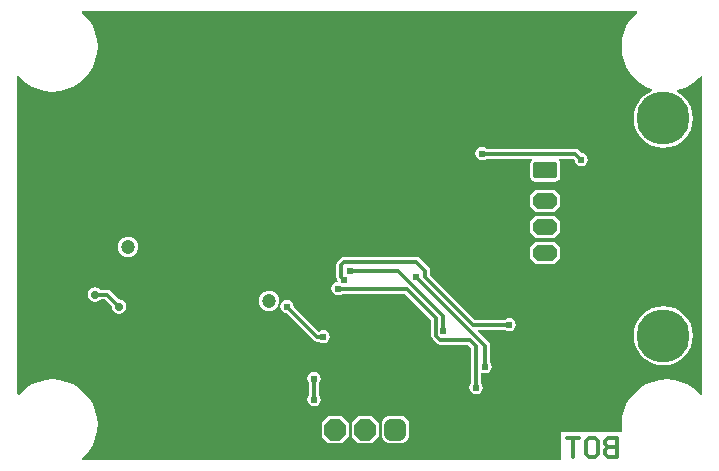
<source format=gbl>
G04 Layer_Physical_Order=2*
G04 Layer_Color=16711680*
%FSLAX25Y25*%
%MOIN*%
G70*
G01*
G75*
%ADD34C,0.01181*%
%ADD35C,0.04724*%
G04:AMPARAMS|DCode=36|XSize=55.12mil|YSize=78.74mil|CornerRadius=0mil|HoleSize=0mil|Usage=FLASHONLY|Rotation=90.000|XOffset=0mil|YOffset=0mil|HoleType=Round|Shape=Octagon|*
%AMOCTAGOND36*
4,1,8,-0.03937,-0.01378,-0.03937,0.01378,-0.02559,0.02756,0.02559,0.02756,0.03937,0.01378,0.03937,-0.01378,0.02559,-0.02756,-0.02559,-0.02756,-0.03937,-0.01378,0.0*
%
%ADD36OCTAGOND36*%

%ADD37C,0.17716*%
G04:AMPARAMS|DCode=38|XSize=55.12mil|YSize=78.74mil|CornerRadius=5.51mil|HoleSize=0mil|Usage=FLASHONLY|Rotation=90.000|XOffset=0mil|YOffset=0mil|HoleType=Round|Shape=RoundedRectangle|*
%AMROUNDEDRECTD38*
21,1,0.05512,0.06772,0,0,90.0*
21,1,0.04409,0.07874,0,0,90.0*
1,1,0.01102,0.03386,0.02205*
1,1,0.01102,0.03386,-0.02205*
1,1,0.01102,-0.03386,-0.02205*
1,1,0.01102,-0.03386,0.02205*
%
%ADD38ROUNDEDRECTD38*%
%ADD39P,0.07671X8X202.5*%
G04:AMPARAMS|DCode=40|XSize=70.87mil|YSize=70.87mil|CornerRadius=17.72mil|HoleSize=0mil|Usage=FLASHONLY|Rotation=180.000|XOffset=0mil|YOffset=0mil|HoleType=Round|Shape=RoundedRectangle|*
%AMROUNDEDRECTD40*
21,1,0.07087,0.03543,0,0,180.0*
21,1,0.03543,0.07087,0,0,180.0*
1,1,0.03543,-0.01772,0.01772*
1,1,0.03543,0.01772,0.01772*
1,1,0.03543,0.01772,-0.01772*
1,1,0.03543,-0.01772,-0.01772*
%
%ADD40ROUNDEDRECTD40*%
%ADD41C,0.02400*%
%ADD42C,0.02756*%
G36*
X210652Y153040D02*
X209850Y152355D01*
X208319Y150562D01*
X207087Y148552D01*
X206185Y146374D01*
X205635Y144082D01*
X205450Y141732D01*
X205635Y139382D01*
X206185Y137090D01*
X207087Y134912D01*
X208319Y132902D01*
X209850Y131110D01*
X211642Y129579D01*
X213652Y128347D01*
X215706Y127496D01*
X215736Y126983D01*
X215579Y126935D01*
X213867Y126020D01*
X212366Y124788D01*
X211134Y123287D01*
X210218Y121574D01*
X209654Y119716D01*
X209464Y117783D01*
X209654Y115851D01*
X210218Y113993D01*
X211134Y112280D01*
X212366Y110779D01*
X213867Y109547D01*
X215579Y108632D01*
X217438Y108068D01*
X219370Y107878D01*
X221303Y108068D01*
X223161Y108632D01*
X224873Y109547D01*
X226375Y110779D01*
X227607Y112280D01*
X228522Y113993D01*
X229086Y115851D01*
X229276Y117783D01*
X229086Y119716D01*
X228522Y121574D01*
X227607Y123287D01*
X226375Y124788D01*
X224873Y126020D01*
X223773Y126608D01*
X223841Y127139D01*
X225115Y127445D01*
X227293Y128347D01*
X229303Y129579D01*
X231095Y131110D01*
X231780Y131912D01*
X232249Y131739D01*
Y25741D01*
X231780Y25568D01*
X231095Y26371D01*
X229303Y27902D01*
X227293Y29133D01*
X225115Y30035D01*
X222822Y30586D01*
X220472Y30771D01*
X218122Y30586D01*
X215830Y30035D01*
X213652Y29133D01*
X211642Y27902D01*
X209850Y26371D01*
X208319Y24578D01*
X207087Y22568D01*
X206185Y20390D01*
X205635Y18098D01*
X205450Y15748D01*
X205621Y13578D01*
X205279Y13078D01*
X185426D01*
Y3971D01*
X25741D01*
X25568Y4440D01*
X26371Y5125D01*
X27902Y6918D01*
X29133Y8928D01*
X30035Y11106D01*
X30586Y13398D01*
X30771Y15748D01*
X30586Y18098D01*
X30035Y20390D01*
X29133Y22568D01*
X27902Y24578D01*
X26371Y26371D01*
X24578Y27902D01*
X22568Y29133D01*
X20390Y30035D01*
X18098Y30586D01*
X15748Y30771D01*
X13398Y30586D01*
X11106Y30035D01*
X8928Y29133D01*
X6918Y27902D01*
X5125Y26371D01*
X4440Y25568D01*
X3971Y25741D01*
Y131739D01*
X4440Y131912D01*
X5125Y131110D01*
X6918Y129579D01*
X8928Y128347D01*
X11106Y127445D01*
X13398Y126894D01*
X15748Y126710D01*
X18098Y126894D01*
X20390Y127445D01*
X22568Y128347D01*
X24578Y129579D01*
X26371Y131110D01*
X27902Y132902D01*
X29133Y134912D01*
X30035Y137090D01*
X30586Y139382D01*
X30771Y141732D01*
X30586Y144082D01*
X30035Y146374D01*
X29133Y148552D01*
X27902Y150562D01*
X26371Y152355D01*
X25568Y153040D01*
X25741Y153509D01*
X210479D01*
X210652Y153040D01*
D02*
G37*
%LPC*%
G36*
X219370Y55248D02*
X217438Y55058D01*
X215579Y54494D01*
X213867Y53579D01*
X212366Y52347D01*
X211134Y50846D01*
X210218Y49133D01*
X209654Y47275D01*
X209464Y45342D01*
X209654Y43410D01*
X210218Y41552D01*
X211134Y39839D01*
X212366Y38338D01*
X213867Y37106D01*
X215579Y36191D01*
X217438Y35627D01*
X219370Y35436D01*
X221303Y35627D01*
X223161Y36191D01*
X224873Y37106D01*
X226375Y38338D01*
X227607Y39839D01*
X228522Y41552D01*
X229086Y43410D01*
X229276Y45342D01*
X229086Y47275D01*
X228522Y49133D01*
X227607Y50846D01*
X226375Y52347D01*
X224873Y53579D01*
X223161Y54494D01*
X221303Y55058D01*
X219370Y55248D01*
D02*
G37*
G36*
X94000Y57243D02*
X93142Y57072D01*
X92414Y56586D01*
X91928Y55858D01*
X91757Y55000D01*
X91928Y54142D01*
X92414Y53414D01*
X93142Y52928D01*
X93937Y52769D01*
X102853Y43853D01*
X103379Y43502D01*
X104000Y43378D01*
X104467D01*
X105142Y42928D01*
X106000Y42757D01*
X106858Y42928D01*
X107586Y43414D01*
X108072Y44142D01*
X108243Y45000D01*
X108072Y45858D01*
X107586Y46586D01*
X106858Y47072D01*
X106000Y47243D01*
X105142Y47072D01*
X104590Y46704D01*
X96231Y55063D01*
X96072Y55858D01*
X95586Y56586D01*
X94858Y57072D01*
X94000Y57243D01*
D02*
G37*
G36*
X137000Y71622D02*
X113000D01*
X112379Y71498D01*
X111853Y71147D01*
X110853Y70147D01*
X110502Y69621D01*
X110378Y69000D01*
Y65000D01*
X110502Y64379D01*
X110758Y63996D01*
X110911Y63225D01*
X110142Y63072D01*
X109414Y62586D01*
X108928Y61858D01*
X108757Y61000D01*
X108928Y60142D01*
X109414Y59414D01*
X110142Y58928D01*
X111000Y58757D01*
X111858Y58928D01*
X112533Y59378D01*
X133328D01*
X141988Y50719D01*
Y45391D01*
X142111Y44770D01*
X142463Y44244D01*
X143853Y42853D01*
X144379Y42502D01*
X145000Y42378D01*
X154328D01*
X155378Y41328D01*
Y29533D01*
X154928Y28858D01*
X154757Y28000D01*
X154928Y27142D01*
X155414Y26414D01*
X156142Y25928D01*
X157000Y25757D01*
X157858Y25928D01*
X158586Y26414D01*
X159072Y27142D01*
X159243Y28000D01*
X159072Y28858D01*
X158622Y29533D01*
Y32745D01*
X159063Y32980D01*
X159142Y32928D01*
X160000Y32757D01*
X160858Y32928D01*
X161586Y33414D01*
X162072Y34142D01*
X162243Y35000D01*
X162072Y35858D01*
X161622Y36533D01*
Y42000D01*
X161498Y42621D01*
X161147Y43147D01*
X157377Y46916D01*
X157568Y47378D01*
X166467D01*
X167142Y46928D01*
X168000Y46757D01*
X168858Y46928D01*
X169586Y47414D01*
X170072Y48142D01*
X170243Y49000D01*
X170072Y49858D01*
X169586Y50586D01*
X168858Y51072D01*
X168000Y51243D01*
X167142Y51072D01*
X166467Y50622D01*
X156672D01*
X141622Y65672D01*
Y67000D01*
X141498Y67621D01*
X141147Y68147D01*
X138147Y71147D01*
X137621Y71498D01*
X137000Y71622D01*
D02*
G37*
G36*
X103000Y33243D02*
X102142Y33072D01*
X101414Y32586D01*
X100928Y31858D01*
X100757Y31000D01*
X100928Y30142D01*
X101378Y29467D01*
Y25533D01*
X100928Y24858D01*
X100757Y24000D01*
X100928Y23142D01*
X101414Y22414D01*
X102142Y21928D01*
X103000Y21757D01*
X103858Y21928D01*
X104586Y22414D01*
X105072Y23142D01*
X105243Y24000D01*
X105072Y24858D01*
X104622Y25533D01*
Y29467D01*
X105072Y30142D01*
X105243Y31000D01*
X105072Y31858D01*
X104586Y32586D01*
X103858Y33072D01*
X103000Y33243D01*
D02*
G37*
G36*
X131772Y18567D02*
X128228D01*
X127505Y18472D01*
X126831Y18193D01*
X126252Y17748D01*
X125807Y17169D01*
X125528Y16495D01*
X125433Y15772D01*
Y12228D01*
X125528Y11505D01*
X125807Y10831D01*
X126252Y10252D01*
X126831Y9807D01*
X127505Y9528D01*
X128228Y9433D01*
X131772D01*
X132495Y9528D01*
X133169Y9807D01*
X133748Y10252D01*
X134193Y10831D01*
X134472Y11505D01*
X134567Y12228D01*
Y15772D01*
X134472Y16495D01*
X134193Y17169D01*
X133748Y17748D01*
X133169Y18193D01*
X132495Y18472D01*
X131772Y18567D01*
D02*
G37*
G36*
X112272Y18543D02*
X107728D01*
X105457Y16272D01*
Y11728D01*
X107728Y9457D01*
X112272D01*
X114543Y11728D01*
Y16272D01*
X112272Y18543D01*
D02*
G37*
G36*
X122272D02*
X117728D01*
X115457Y16272D01*
Y11728D01*
X117728Y9457D01*
X122272D01*
X124543Y11728D01*
Y16272D01*
X122272Y18543D01*
D02*
G37*
G36*
X183059Y85319D02*
X176941D01*
X175063Y83441D01*
Y79685D01*
X176941Y77807D01*
X183059D01*
X184937Y79685D01*
Y83441D01*
X183059Y85319D01*
D02*
G37*
G36*
Y93980D02*
X176941D01*
X175063Y92102D01*
Y88346D01*
X176941Y86468D01*
X183059D01*
X184937Y88346D01*
Y92102D01*
X183059Y93980D01*
D02*
G37*
G36*
X159000Y108243D02*
X158142Y108072D01*
X157414Y107586D01*
X156928Y106858D01*
X156757Y106000D01*
X156928Y105142D01*
X157414Y104414D01*
X158142Y103928D01*
X159000Y103757D01*
X159858Y103928D01*
X160533Y104378D01*
X175486D01*
X175637Y103878D01*
X175496Y103784D01*
X175153Y103271D01*
X175033Y102665D01*
Y98256D01*
X175153Y97651D01*
X175496Y97138D01*
X176009Y96795D01*
X176614Y96674D01*
X183386D01*
X183991Y96795D01*
X184504Y97138D01*
X184847Y97651D01*
X184967Y98256D01*
Y102665D01*
X184847Y103271D01*
X184504Y103784D01*
X184363Y103878D01*
X184514Y104378D01*
X189328D01*
X189769Y103937D01*
X189928Y103142D01*
X190414Y102414D01*
X191142Y101928D01*
X192000Y101757D01*
X192858Y101928D01*
X193586Y102414D01*
X194072Y103142D01*
X194243Y104000D01*
X194072Y104858D01*
X193586Y105586D01*
X192858Y106072D01*
X192063Y106231D01*
X191147Y107147D01*
X190621Y107498D01*
X190000Y107622D01*
X160533D01*
X159858Y108072D01*
X159000Y108243D01*
D02*
G37*
G36*
X41000Y78391D02*
X40122Y78276D01*
X39304Y77937D01*
X38602Y77398D01*
X38063Y76696D01*
X37724Y75878D01*
X37609Y75000D01*
X37724Y74122D01*
X38063Y73304D01*
X38602Y72602D01*
X39304Y72063D01*
X40122Y71724D01*
X41000Y71609D01*
X41878Y71724D01*
X42696Y72063D01*
X43398Y72602D01*
X43937Y73304D01*
X44276Y74122D01*
X44391Y75000D01*
X44276Y75878D01*
X43937Y76696D01*
X43398Y77398D01*
X42696Y77937D01*
X41878Y78276D01*
X41000Y78391D01*
D02*
G37*
G36*
X30000Y61488D02*
X29072Y61303D01*
X28286Y60777D01*
X27760Y59991D01*
X27575Y59063D01*
X27760Y58135D01*
X28286Y57349D01*
X29072Y56823D01*
X30000Y56638D01*
X30928Y56823D01*
X31714Y57349D01*
X31776Y57441D01*
X33328D01*
X35597Y55172D01*
X35576Y55063D01*
X35760Y54135D01*
X36286Y53349D01*
X37072Y52823D01*
X38000Y52639D01*
X38928Y52823D01*
X39714Y53349D01*
X40240Y54135D01*
X40424Y55063D01*
X40240Y55991D01*
X39714Y56777D01*
X38928Y57303D01*
X38000Y57487D01*
X37891Y57466D01*
X35147Y60210D01*
X34621Y60561D01*
X34000Y60685D01*
X31776D01*
X31714Y60777D01*
X30928Y61303D01*
X30000Y61488D01*
D02*
G37*
G36*
X88000Y60391D02*
X87122Y60276D01*
X86304Y59937D01*
X85602Y59398D01*
X85063Y58696D01*
X84724Y57878D01*
X84609Y57000D01*
X84724Y56122D01*
X85063Y55304D01*
X85602Y54602D01*
X86304Y54063D01*
X87122Y53724D01*
X88000Y53609D01*
X88878Y53724D01*
X89696Y54063D01*
X90398Y54602D01*
X90937Y55304D01*
X91276Y56122D01*
X91391Y57000D01*
X91276Y57878D01*
X90937Y58696D01*
X90398Y59398D01*
X89696Y59937D01*
X88878Y60276D01*
X88000Y60391D01*
D02*
G37*
G36*
X183059Y76657D02*
X176941D01*
X175063Y74779D01*
Y71024D01*
X176941Y69146D01*
X183059D01*
X184937Y71024D01*
Y74779D01*
X183059Y76657D01*
D02*
G37*
%LPD*%
D34*
X103000Y24000D02*
Y31000D01*
X94000Y55000D02*
X104000Y45000D01*
X106000D01*
X111000Y61000D02*
X134000D01*
X143609Y51390D01*
Y45391D02*
Y51390D01*
Y45391D02*
X145000Y44000D01*
X155000D01*
X157000Y42000D01*
Y28000D02*
Y42000D01*
X146000Y47000D02*
Y52000D01*
X131000Y67000D02*
X146000Y52000D01*
X115000Y67000D02*
X131000D01*
X112000Y65000D02*
X113000Y64000D01*
X112000Y65000D02*
Y69000D01*
X113000Y70000D01*
X137000D01*
X140000Y67000D01*
Y65000D02*
Y67000D01*
Y65000D02*
X156000Y49000D01*
X168000D01*
X160000Y35000D02*
Y42000D01*
X137000Y65000D02*
X160000Y42000D01*
X159000Y106000D02*
X190000D01*
X192000Y104000D01*
X30000Y59063D02*
X34000D01*
X38000Y55063D01*
X204000Y11297D02*
Y5000D01*
X200851D01*
X199802Y6050D01*
Y7099D01*
X200851Y8149D01*
X204000D01*
X200851D01*
X199802Y9198D01*
Y10248D01*
X200851Y11297D01*
X204000D01*
X194554D02*
X196653D01*
X197703Y10248D01*
Y6050D01*
X196653Y5000D01*
X194554D01*
X193505Y6050D01*
Y10248D01*
X194554Y11297D01*
X191406D02*
X187207D01*
X189307D01*
Y5000D01*
D35*
X41000Y75000D02*
D03*
X88000Y57000D02*
D03*
D36*
X180000Y64240D02*
D03*
Y72902D02*
D03*
Y81563D02*
D03*
Y90224D02*
D03*
D37*
X219370Y45342D02*
D03*
Y117783D02*
D03*
D38*
X180000Y100461D02*
D03*
D39*
X100000Y14000D02*
D03*
X120000D02*
D03*
X110000D02*
D03*
D40*
X130000D02*
D03*
D41*
X103000Y31000D02*
D03*
Y24000D02*
D03*
X94000Y55000D02*
D03*
X106000Y45000D02*
D03*
X157000Y28000D02*
D03*
X168000Y49000D02*
D03*
X146000Y47000D02*
D03*
X160000Y35000D02*
D03*
X137000Y65000D02*
D03*
X111000Y61000D02*
D03*
X113000Y64000D02*
D03*
X115000Y67000D02*
D03*
X159000Y106000D02*
D03*
X192000Y104000D02*
D03*
D42*
X87000Y100000D02*
D03*
X102000Y115000D02*
D03*
X127000Y99000D02*
D03*
X122000D02*
D03*
X118000D02*
D03*
X131000D02*
D03*
X134000Y102000D02*
D03*
Y106000D02*
D03*
Y110000D02*
D03*
X115000Y102000D02*
D03*
Y106000D02*
D03*
Y110000D02*
D03*
X59000Y37000D02*
D03*
X143000Y17000D02*
D03*
X168000Y90000D02*
D03*
X146000Y41000D02*
D03*
X117000Y55000D02*
D03*
X109000Y84000D02*
D03*
X190000Y15000D02*
D03*
X147000Y128063D02*
D03*
X108000Y140063D02*
D03*
X13000Y47063D02*
D03*
X28000Y67063D02*
D03*
X30000Y102063D02*
D03*
X65000Y82063D02*
D03*
X57000Y95063D02*
D03*
X70000Y98063D02*
D03*
X30000Y59063D02*
D03*
X38000Y55063D02*
D03*
M02*

</source>
